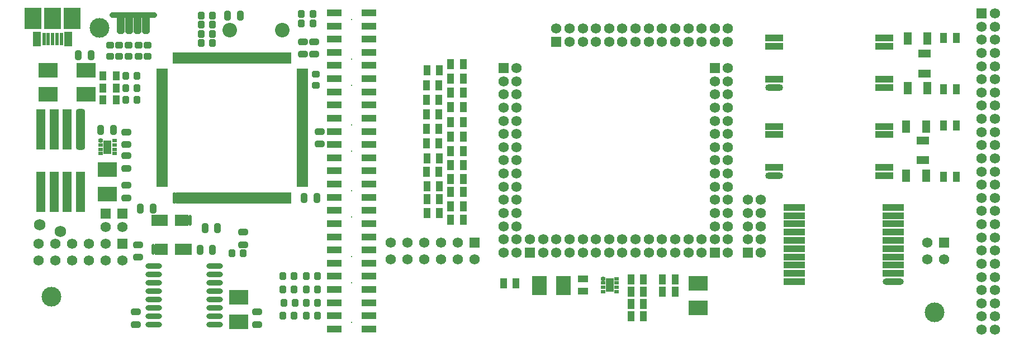
<source format=gts>
G04*
G04 #@! TF.GenerationSoftware,Altium Limited,Altium Designer,20.0.2 (26)*
G04*
G04 Layer_Color=8388736*
%FSLAX44Y44*%
%MOMM*%
G71*
G01*
G75*
%ADD49C,0.8636*%
%ADD50R,1.3000X2.2000*%
%ADD51R,1.0032X1.5032*%
%ADD52R,1.2032X1.9032*%
%ADD53R,1.9032X1.2032*%
%ADD54R,3.0032X2.2032*%
%ADD55R,1.3032X2.1032*%
%ADD56R,0.7032X0.6032*%
G04:AMPARAMS|DCode=57|XSize=0.6032mm|YSize=0.7032mm|CornerRadius=0.2016mm|HoleSize=0mm|Usage=FLASHONLY|Rotation=90.000|XOffset=0mm|YOffset=0mm|HoleType=Round|Shape=RoundedRectangle|*
%AMROUNDEDRECTD57*
21,1,0.6032,0.3000,0,0,90.0*
21,1,0.2000,0.7032,0,0,90.0*
1,1,0.4032,0.1500,0.1000*
1,1,0.4032,0.1500,-0.1000*
1,1,0.4032,-0.1500,-0.1000*
1,1,0.4032,-0.1500,0.1000*
%
%ADD57ROUNDEDRECTD57*%
%ADD58R,1.5032X1.0032*%
%ADD59R,2.2032X3.0032*%
%ADD60R,2.7032X1.0160*%
%ADD61O,2.7032X1.0160*%
%ADD62R,3.2032X1.0032*%
%ADD63O,3.2032X1.0032*%
G04:AMPARAMS|DCode=64|XSize=1.0032mm|YSize=1.5032mm|CornerRadius=0.3016mm|HoleSize=0mm|Usage=FLASHONLY|Rotation=180.000|XOffset=0mm|YOffset=0mm|HoleType=Round|Shape=RoundedRectangle|*
%AMROUNDEDRECTD64*
21,1,1.0032,0.9000,0,0,180.0*
21,1,0.4000,1.5032,0,0,180.0*
1,1,0.6032,-0.2000,0.4500*
1,1,0.6032,0.2000,0.4500*
1,1,0.6032,0.2000,-0.4500*
1,1,0.6032,-0.2000,-0.4500*
%
%ADD64ROUNDEDRECTD64*%
%ADD65R,1.4032X6.2032*%
G04:AMPARAMS|DCode=66|XSize=6.2032mm|YSize=1.4032mm|CornerRadius=0.4016mm|HoleSize=0mm|Usage=FLASHONLY|Rotation=270.000|XOffset=0mm|YOffset=0mm|HoleType=Round|Shape=RoundedRectangle|*
%AMROUNDEDRECTD66*
21,1,6.2032,0.6000,0,0,270.0*
21,1,5.4000,1.4032,0,0,270.0*
1,1,0.8032,-0.3000,-2.7000*
1,1,0.8032,-0.3000,2.7000*
1,1,0.8032,0.3000,2.7000*
1,1,0.8032,0.3000,-2.7000*
%
%ADD66ROUNDEDRECTD66*%
G04:AMPARAMS|DCode=67|XSize=1.0032mm|YSize=1.5032mm|CornerRadius=0.3016mm|HoleSize=0mm|Usage=FLASHONLY|Rotation=270.000|XOffset=0mm|YOffset=0mm|HoleType=Round|Shape=RoundedRectangle|*
%AMROUNDEDRECTD67*
21,1,1.0032,0.9000,0,0,270.0*
21,1,0.4000,1.5032,0,0,270.0*
1,1,0.6032,-0.4500,-0.2000*
1,1,0.6032,-0.4500,0.2000*
1,1,0.6032,0.4500,0.2000*
1,1,0.6032,0.4500,-0.2000*
%
%ADD67ROUNDEDRECTD67*%
G04:AMPARAMS|DCode=68|XSize=1.0032mm|YSize=1.2032mm|CornerRadius=0.3016mm|HoleSize=0mm|Usage=FLASHONLY|Rotation=0.000|XOffset=0mm|YOffset=0mm|HoleType=Round|Shape=RoundedRectangle|*
%AMROUNDEDRECTD68*
21,1,1.0032,0.6000,0,0,0.0*
21,1,0.4000,1.2032,0,0,0.0*
1,1,0.6032,0.2000,-0.3000*
1,1,0.6032,-0.2000,-0.3000*
1,1,0.6032,-0.2000,0.3000*
1,1,0.6032,0.2000,0.3000*
%
%ADD68ROUNDEDRECTD68*%
%ADD69R,0.5032X1.6532*%
G04:AMPARAMS|DCode=70|XSize=0.5032mm|YSize=1.6532mm|CornerRadius=0.1766mm|HoleSize=0mm|Usage=FLASHONLY|Rotation=0.000|XOffset=0mm|YOffset=0mm|HoleType=Round|Shape=RoundedRectangle|*
%AMROUNDEDRECTD70*
21,1,0.5032,1.3000,0,0,0.0*
21,1,0.1500,1.6532,0,0,0.0*
1,1,0.3532,0.0750,-0.6500*
1,1,0.3532,-0.0750,-0.6500*
1,1,0.3532,-0.0750,0.6500*
1,1,0.3532,0.0750,0.6500*
%
%ADD70ROUNDEDRECTD70*%
G04:AMPARAMS|DCode=71|XSize=1.0032mm|YSize=1.2032mm|CornerRadius=0.3016mm|HoleSize=0mm|Usage=FLASHONLY|Rotation=270.000|XOffset=0mm|YOffset=0mm|HoleType=Round|Shape=RoundedRectangle|*
%AMROUNDEDRECTD71*
21,1,1.0032,0.6000,0,0,270.0*
21,1,0.4000,1.2032,0,0,270.0*
1,1,0.6032,-0.3000,-0.2000*
1,1,0.6032,-0.3000,0.2000*
1,1,0.6032,0.3000,0.2000*
1,1,0.6032,0.3000,-0.2000*
%
%ADD71ROUNDEDRECTD71*%
%ADD72R,1.0922X1.4732*%
G04:AMPARAMS|DCode=73|XSize=2.7432mm|YSize=1.1176mm|CornerRadius=0mm|HoleSize=0mm|Usage=FLASHONLY|Rotation=90.000|XOffset=0mm|YOffset=0mm|HoleType=Round|Shape=Octagon|*
%AMOCTAGOND73*
4,1,8,0.2794,1.3716,-0.2794,1.3716,-0.5588,1.0922,-0.5588,-1.0922,-0.2794,-1.3716,0.2794,-1.3716,0.5588,-1.0922,0.5588,1.0922,0.2794,1.3716,0.0*
%
%ADD73OCTAGOND73*%

%ADD74R,2.6032X3.2032*%
%ADD75R,0.6032X1.9532*%
%ADD76O,2.5032X0.8032*%
%ADD77R,1.8032X0.5532*%
%ADD78R,0.5532X1.8032*%
%ADD79O,0.5532X1.8032*%
%ADD80R,2.3032X1.0932*%
%ADD81C,3.0000*%
%ADD82C,1.5748*%
%ADD83R,1.5748X1.5748*%
%ADD84R,1.5748X1.5748*%
%ADD85C,2.2032*%
%ADD86C,0.2032*%
%ADD87C,1.7272*%
D49*
X1997380Y695940D02*
X2060880D01*
D50*
X1930020Y659640D02*
D03*
X1883020Y659640D02*
D03*
D51*
X3275128Y450640D02*
D03*
X3256128D02*
D03*
X2849520Y275973D02*
D03*
X2830520D02*
D03*
X2849520Y294640D02*
D03*
X2830520D02*
D03*
X2782570D02*
D03*
X2801570D02*
D03*
X2782570Y275973D02*
D03*
X2801570D02*
D03*
X2801520Y257307D02*
D03*
X2782520D02*
D03*
X2801520Y238640D02*
D03*
X2782520D02*
D03*
X2589520Y288640D02*
D03*
X2608520D02*
D03*
X2509520Y621640D02*
D03*
X2528520D02*
D03*
X2509520Y599640D02*
D03*
X2528520D02*
D03*
X2509520Y578640D02*
D03*
X2528520D02*
D03*
X2509520Y556640D02*
D03*
X2528520D02*
D03*
X2509520Y533640D02*
D03*
X2528520D02*
D03*
X2509520Y511640D02*
D03*
X2528520D02*
D03*
X2509520Y489640D02*
D03*
X2528520D02*
D03*
X2509520Y468640D02*
D03*
X2528520D02*
D03*
X2509520Y447640D02*
D03*
X2528520D02*
D03*
X2509520Y427640D02*
D03*
X2528520D02*
D03*
X2509520Y405640D02*
D03*
X2528520D02*
D03*
X2509520Y385640D02*
D03*
X2528520D02*
D03*
X2473520Y395640D02*
D03*
X2492520D02*
D03*
X2473520Y416640D02*
D03*
X2492520D02*
D03*
X2473520Y436640D02*
D03*
X2492520D02*
D03*
X2472520Y458640D02*
D03*
X2491520D02*
D03*
X2473520Y478640D02*
D03*
X2492520D02*
D03*
X2472520Y501640D02*
D03*
X2491520D02*
D03*
X2472520Y523640D02*
D03*
X2491520D02*
D03*
X2472520Y545640D02*
D03*
X2491520D02*
D03*
X2472520Y567640D02*
D03*
X2491520D02*
D03*
X2472520Y589640D02*
D03*
X2491520D02*
D03*
X2473520Y612270D02*
D03*
X2492520D02*
D03*
X3275128Y528270D02*
D03*
X3256128D02*
D03*
Y661640D02*
D03*
X3275128D02*
D03*
X3256128Y583640D02*
D03*
X3275128D02*
D03*
D52*
X3199520Y452640D02*
D03*
X3229520D02*
D03*
X3201520Y585640D02*
D03*
X3231520D02*
D03*
Y660640D02*
D03*
X3201520D02*
D03*
X3229520Y526640D02*
D03*
X3199520D02*
D03*
D53*
X3224520Y475640D02*
D03*
Y505640D02*
D03*
X3227520Y607640D02*
D03*
Y637640D02*
D03*
D54*
X2884520Y251810D02*
D03*
Y288640D02*
D03*
X1899520Y612470D02*
D03*
Y575640D02*
D03*
X1957520D02*
D03*
Y612470D02*
D03*
X1989520Y424640D02*
D03*
Y461470D02*
D03*
X2188520Y267470D02*
D03*
Y230640D02*
D03*
D55*
X2750520Y286260D02*
D03*
X1989520Y495640D02*
D03*
D56*
X2761020Y276510D02*
D03*
Y283010D02*
D03*
Y289510D02*
D03*
Y296010D02*
D03*
X2740020Y276510D02*
D03*
Y283010D02*
D03*
Y289510D02*
D03*
X2000020Y485890D02*
D03*
Y492390D02*
D03*
Y498890D02*
D03*
Y505390D02*
D03*
X1979020Y485890D02*
D03*
Y492390D02*
D03*
Y498890D02*
D03*
D57*
X2740020Y296010D02*
D03*
X1979020Y505390D02*
D03*
D58*
X2709520Y276910D02*
D03*
Y295910D02*
D03*
D59*
X2680520Y285640D02*
D03*
X2643690D02*
D03*
D60*
X3166520Y598640D02*
D03*
Y585940D02*
D03*
Y648640D02*
D03*
Y661140D02*
D03*
X2999520D02*
D03*
Y648640D02*
D03*
Y598640D02*
D03*
X3166520Y464640D02*
D03*
Y451940D02*
D03*
Y514640D02*
D03*
Y527140D02*
D03*
X2999520D02*
D03*
Y514640D02*
D03*
Y464640D02*
D03*
D61*
Y585940D02*
D03*
Y451940D02*
D03*
D62*
X3029520Y379140D02*
D03*
X3179520Y354140D02*
D03*
X3029520Y341640D02*
D03*
Y291640D02*
D03*
Y329140D02*
D03*
Y304140D02*
D03*
Y316640D02*
D03*
Y354140D02*
D03*
X3179520Y304140D02*
D03*
Y316640D02*
D03*
Y329140D02*
D03*
Y341640D02*
D03*
Y366640D02*
D03*
Y379140D02*
D03*
Y391640D02*
D03*
X3029520Y366640D02*
D03*
Y391640D02*
D03*
Y404140D02*
D03*
X3179520D02*
D03*
D63*
Y291640D02*
D03*
D64*
X1964520Y635640D02*
D03*
X1945520D02*
D03*
X1979520Y521640D02*
D03*
X1998520D02*
D03*
X2156520Y372640D02*
D03*
X2137520D02*
D03*
X2148520Y339640D02*
D03*
X2129520D02*
D03*
X2058520Y402640D02*
D03*
X2039520D02*
D03*
X2287520Y418640D02*
D03*
X2306520D02*
D03*
X2171520Y695640D02*
D03*
X2190520D02*
D03*
D65*
X1888520Y522640D02*
D03*
X1908520D02*
D03*
X1888520Y427640D02*
D03*
X1928520Y522640D02*
D03*
X1908520Y427640D02*
D03*
X1948520D02*
D03*
X1928520D02*
D03*
D66*
X1948520Y522640D02*
D03*
D67*
X2195520Y347640D02*
D03*
Y366640D02*
D03*
X2018520Y418640D02*
D03*
Y437640D02*
D03*
X2035520Y347640D02*
D03*
Y328640D02*
D03*
X2032520Y245640D02*
D03*
Y226640D02*
D03*
X2216520Y245640D02*
D03*
Y226640D02*
D03*
X2311520Y500640D02*
D03*
Y519640D02*
D03*
X2302520Y636640D02*
D03*
Y655640D02*
D03*
X2285520D02*
D03*
Y636640D02*
D03*
X2018520Y518640D02*
D03*
Y499640D02*
D03*
Y463640D02*
D03*
Y482640D02*
D03*
D68*
X2178520Y334640D02*
D03*
X2195520D02*
D03*
X2307482Y299640D02*
D03*
X2290482D02*
D03*
X2307482Y279640D02*
D03*
X2290482D02*
D03*
X2307482Y259640D02*
D03*
X2290482D02*
D03*
X2307482Y239640D02*
D03*
X2290482D02*
D03*
X2255520D02*
D03*
X2272520D02*
D03*
X2256520Y259640D02*
D03*
X2273520D02*
D03*
X2255520Y279640D02*
D03*
X2272520D02*
D03*
X2255520Y299640D02*
D03*
X2272520D02*
D03*
X2017520Y585640D02*
D03*
X2034520D02*
D03*
X2017520Y567640D02*
D03*
X2034520D02*
D03*
Y603640D02*
D03*
X2017520D02*
D03*
X2300520Y683640D02*
D03*
X2283520D02*
D03*
Y697640D02*
D03*
X2300520D02*
D03*
X2148520Y653640D02*
D03*
X2131520D02*
D03*
Y667640D02*
D03*
X2148520D02*
D03*
Y681640D02*
D03*
X2131520D02*
D03*
Y695640D02*
D03*
X2148520D02*
D03*
D69*
X2094520Y340640D02*
D03*
X2099520D02*
D03*
X2104520D02*
D03*
X2109520D02*
D03*
X2114520D02*
D03*
X2094520Y384640D02*
D03*
X2099520D02*
D03*
X2104520D02*
D03*
X2109520D02*
D03*
X2078520D02*
D03*
X2073520D02*
D03*
X2068520D02*
D03*
X2063520D02*
D03*
X2058520D02*
D03*
X2078520Y340640D02*
D03*
X2073520D02*
D03*
X2068520D02*
D03*
X2063520D02*
D03*
D70*
X2114520Y384640D02*
D03*
X2058520Y340640D02*
D03*
D71*
X2036520Y633640D02*
D03*
Y650640D02*
D03*
X2021520Y650640D02*
D03*
Y633640D02*
D03*
X2007520Y633640D02*
D03*
Y650640D02*
D03*
X1993520Y650640D02*
D03*
Y633640D02*
D03*
X2305520Y589640D02*
D03*
Y606640D02*
D03*
X2050520Y633640D02*
D03*
Y650640D02*
D03*
D72*
X2002840Y567640D02*
D03*
X1982520D02*
D03*
X2002840Y585640D02*
D03*
X1982520D02*
D03*
X2002840Y603640D02*
D03*
X1982520D02*
D03*
D73*
X2010080Y680700D02*
D03*
X2022780D02*
D03*
X2035480D02*
D03*
X2048180D02*
D03*
D74*
X1936270Y690890D02*
D03*
X1876770D02*
D03*
X1906520D02*
D03*
D75*
X1900020Y659640D02*
D03*
X1906520D02*
D03*
X1913020D02*
D03*
X1919520D02*
D03*
X1893520D02*
D03*
D76*
X2151520Y226540D02*
D03*
Y239240D02*
D03*
Y251940D02*
D03*
Y264640D02*
D03*
Y277340D02*
D03*
Y290040D02*
D03*
Y302740D02*
D03*
Y315440D02*
D03*
X2060020Y226540D02*
D03*
Y239240D02*
D03*
Y251940D02*
D03*
Y264640D02*
D03*
Y277340D02*
D03*
Y290040D02*
D03*
Y302740D02*
D03*
Y315440D02*
D03*
D77*
X2072020Y437640D02*
D03*
Y442640D02*
D03*
Y447640D02*
D03*
Y452640D02*
D03*
Y457640D02*
D03*
Y462640D02*
D03*
Y467640D02*
D03*
Y472640D02*
D03*
Y477640D02*
D03*
Y482640D02*
D03*
Y487640D02*
D03*
Y492640D02*
D03*
Y497640D02*
D03*
Y502640D02*
D03*
Y507640D02*
D03*
Y512640D02*
D03*
Y517640D02*
D03*
Y522640D02*
D03*
Y527640D02*
D03*
Y532640D02*
D03*
Y537640D02*
D03*
Y542640D02*
D03*
Y547640D02*
D03*
Y552640D02*
D03*
Y557640D02*
D03*
Y562640D02*
D03*
Y567640D02*
D03*
Y572640D02*
D03*
Y577640D02*
D03*
Y582640D02*
D03*
Y587640D02*
D03*
Y592640D02*
D03*
Y597640D02*
D03*
Y602640D02*
D03*
Y607640D02*
D03*
Y612640D02*
D03*
X2284520D02*
D03*
Y607640D02*
D03*
Y602640D02*
D03*
Y597640D02*
D03*
Y592640D02*
D03*
Y587640D02*
D03*
Y582640D02*
D03*
Y577640D02*
D03*
Y572640D02*
D03*
Y567640D02*
D03*
Y562640D02*
D03*
Y557640D02*
D03*
Y552640D02*
D03*
Y547640D02*
D03*
Y542640D02*
D03*
Y537640D02*
D03*
Y532640D02*
D03*
Y527640D02*
D03*
Y522640D02*
D03*
Y517640D02*
D03*
Y512640D02*
D03*
Y507640D02*
D03*
Y502640D02*
D03*
Y497640D02*
D03*
Y492640D02*
D03*
Y487640D02*
D03*
Y482640D02*
D03*
Y477640D02*
D03*
Y472640D02*
D03*
Y467640D02*
D03*
Y462640D02*
D03*
Y457640D02*
D03*
Y452640D02*
D03*
Y447640D02*
D03*
Y442640D02*
D03*
Y437640D02*
D03*
D78*
X2090770Y631390D02*
D03*
X2095770D02*
D03*
X2100770D02*
D03*
X2105770D02*
D03*
X2120770D02*
D03*
X2125770D02*
D03*
X2130770D02*
D03*
X2135770D02*
D03*
X2140770D02*
D03*
X2145770D02*
D03*
X2150770D02*
D03*
X2155770D02*
D03*
X2160770D02*
D03*
X2165770D02*
D03*
X2170770D02*
D03*
X2175770D02*
D03*
X2180770D02*
D03*
X2185770D02*
D03*
X2190770D02*
D03*
X2195770D02*
D03*
X2200770D02*
D03*
X2205770D02*
D03*
X2210770D02*
D03*
X2215770D02*
D03*
X2220770D02*
D03*
X2225770D02*
D03*
X2230770D02*
D03*
X2235770D02*
D03*
X2240770D02*
D03*
X2245770D02*
D03*
X2250770D02*
D03*
X2255770D02*
D03*
X2260770D02*
D03*
X2265770D02*
D03*
Y418890D02*
D03*
X2260770D02*
D03*
X2255770D02*
D03*
X2250770D02*
D03*
X2245770D02*
D03*
X2240770D02*
D03*
X2235770D02*
D03*
X2230770D02*
D03*
X2225770D02*
D03*
X2220770D02*
D03*
X2215770D02*
D03*
X2210770D02*
D03*
X2205770D02*
D03*
X2200770D02*
D03*
X2195770D02*
D03*
X2190770D02*
D03*
X2185770D02*
D03*
X2180770D02*
D03*
X2175770D02*
D03*
X2170770D02*
D03*
X2165770D02*
D03*
X2160770D02*
D03*
X2155770D02*
D03*
X2150770D02*
D03*
X2145770D02*
D03*
X2140770D02*
D03*
X2135770D02*
D03*
X2130770D02*
D03*
X2125770D02*
D03*
X2120770D02*
D03*
X2115770D02*
D03*
X2110770D02*
D03*
X2105770D02*
D03*
X2100770D02*
D03*
X2095770D02*
D03*
X2115770Y631390D02*
D03*
X2110770D02*
D03*
D79*
X2090770Y418890D02*
D03*
D80*
X2386020Y239640D02*
D03*
Y219640D02*
D03*
Y259640D02*
D03*
Y279640D02*
D03*
Y359640D02*
D03*
Y339640D02*
D03*
Y299640D02*
D03*
Y319640D02*
D03*
Y399640D02*
D03*
Y379640D02*
D03*
X2333020D02*
D03*
Y399640D02*
D03*
Y339640D02*
D03*
Y299640D02*
D03*
Y319640D02*
D03*
Y359640D02*
D03*
Y279640D02*
D03*
Y239640D02*
D03*
Y219640D02*
D03*
Y259640D02*
D03*
X2386020Y539640D02*
D03*
Y519640D02*
D03*
Y559640D02*
D03*
Y579640D02*
D03*
Y659640D02*
D03*
Y639640D02*
D03*
Y599640D02*
D03*
Y619640D02*
D03*
Y699640D02*
D03*
Y679640D02*
D03*
X2333020D02*
D03*
Y699640D02*
D03*
Y639640D02*
D03*
Y599640D02*
D03*
Y619640D02*
D03*
Y659640D02*
D03*
Y579640D02*
D03*
Y539640D02*
D03*
Y519640D02*
D03*
Y559640D02*
D03*
X2386014Y459640D02*
D03*
Y439640D02*
D03*
Y419640D02*
D03*
Y499640D02*
D03*
Y479640D02*
D03*
X2333014D02*
D03*
Y499640D02*
D03*
Y439640D02*
D03*
Y419640D02*
D03*
Y459640D02*
D03*
D81*
X1977520Y676640D02*
D03*
X1904520Y268640D02*
D03*
X3242520Y244640D02*
D03*
D82*
X3313520Y638640D02*
D03*
Y658640D02*
D03*
X2979522Y335640D02*
D03*
X2959522Y355640D02*
D03*
X2979522D02*
D03*
X2959522Y375640D02*
D03*
X2979522D02*
D03*
X2959522Y395640D02*
D03*
X2979522D02*
D03*
X2959522Y415640D02*
D03*
X2979522D02*
D03*
X2909520Y375640D02*
D03*
X2929520D02*
D03*
X2589520D02*
D03*
X2609520D02*
D03*
X2829520Y335640D02*
D03*
Y355640D02*
D03*
X2909520D02*
D03*
Y455640D02*
D03*
Y435640D02*
D03*
Y415640D02*
D03*
Y395640D02*
D03*
Y475640D02*
D03*
Y495640D02*
D03*
Y535640D02*
D03*
Y515640D02*
D03*
Y595640D02*
D03*
Y575640D02*
D03*
Y555640D02*
D03*
X2829520Y675640D02*
D03*
Y655640D02*
D03*
X2909520Y675640D02*
D03*
Y655640D02*
D03*
X2869520Y335640D02*
D03*
X2849520Y355640D02*
D03*
Y335640D02*
D03*
X2889520Y355640D02*
D03*
Y335640D02*
D03*
X2869520Y355640D02*
D03*
X2929520D02*
D03*
Y335640D02*
D03*
Y435640D02*
D03*
Y455640D02*
D03*
Y415640D02*
D03*
Y395640D02*
D03*
Y475640D02*
D03*
Y535640D02*
D03*
Y515640D02*
D03*
Y495640D02*
D03*
Y595640D02*
D03*
Y575640D02*
D03*
Y615640D02*
D03*
Y555640D02*
D03*
X2869520Y675640D02*
D03*
Y655640D02*
D03*
X2849520Y675640D02*
D03*
Y655640D02*
D03*
X2889520Y675640D02*
D03*
Y655640D02*
D03*
X2929520Y675640D02*
D03*
Y655640D02*
D03*
X2589520Y355640D02*
D03*
Y335640D02*
D03*
X2609520Y355640D02*
D03*
Y335640D02*
D03*
X2629520Y355640D02*
D03*
X2649520Y335640D02*
D03*
Y355640D02*
D03*
X2669520Y335640D02*
D03*
Y355640D02*
D03*
X2689520Y335640D02*
D03*
Y355640D02*
D03*
X2709520Y335640D02*
D03*
Y355640D02*
D03*
X2729520D02*
D03*
Y335640D02*
D03*
X2749520D02*
D03*
Y355640D02*
D03*
X2769520D02*
D03*
Y335640D02*
D03*
X2789520Y355640D02*
D03*
Y335640D02*
D03*
X2809520Y355640D02*
D03*
Y335640D02*
D03*
X2589520Y455640D02*
D03*
Y435640D02*
D03*
Y415640D02*
D03*
Y395640D02*
D03*
X2609520Y455640D02*
D03*
Y415640D02*
D03*
Y395640D02*
D03*
Y435640D02*
D03*
X2589520Y475640D02*
D03*
Y495640D02*
D03*
Y515640D02*
D03*
Y535640D02*
D03*
X2609520Y475640D02*
D03*
Y515640D02*
D03*
Y535640D02*
D03*
Y495640D02*
D03*
X2589520Y595640D02*
D03*
Y555640D02*
D03*
Y575640D02*
D03*
X2609520Y595640D02*
D03*
Y615640D02*
D03*
Y555640D02*
D03*
Y575640D02*
D03*
X2669520Y675640D02*
D03*
X2689520D02*
D03*
Y655640D02*
D03*
X2709520Y675640D02*
D03*
Y655640D02*
D03*
X2729520Y675640D02*
D03*
Y655640D02*
D03*
X2749520Y675640D02*
D03*
Y655640D02*
D03*
X2769520Y675640D02*
D03*
Y655640D02*
D03*
X2789520Y675640D02*
D03*
Y655640D02*
D03*
X2809520Y675640D02*
D03*
Y655640D02*
D03*
X3231120Y325040D02*
D03*
Y350440D02*
D03*
X3256520Y325040D02*
D03*
X2012520Y374640D02*
D03*
X1986520D02*
D03*
X1885620Y349290D02*
D03*
Y323890D02*
D03*
X2012620D02*
D03*
X1987220Y349290D02*
D03*
Y323890D02*
D03*
X1961820Y349290D02*
D03*
Y323890D02*
D03*
X1936420Y349290D02*
D03*
Y323890D02*
D03*
X1911020Y349290D02*
D03*
Y323890D02*
D03*
X2418320Y350440D02*
D03*
Y325040D02*
D03*
X2545320D02*
D03*
X2519920Y350440D02*
D03*
Y325040D02*
D03*
X2494520Y350440D02*
D03*
Y325040D02*
D03*
X2469120Y350440D02*
D03*
Y325040D02*
D03*
X2443720Y350440D02*
D03*
Y325040D02*
D03*
X3313520Y298640D02*
D03*
Y498640D02*
D03*
Y238640D02*
D03*
Y258640D02*
D03*
X3333520Y218640D02*
D03*
X3313520Y218640D02*
D03*
X3333520Y238640D02*
D03*
Y258640D02*
D03*
Y278640D02*
D03*
X3313520Y278640D02*
D03*
X3333520Y298640D02*
D03*
X3313520Y438640D02*
D03*
Y458640D02*
D03*
X3333520Y418640D02*
D03*
X3313520Y418640D02*
D03*
X3333520Y438640D02*
D03*
Y458640D02*
D03*
Y478640D02*
D03*
X3313520D02*
D03*
X3333520Y498640D02*
D03*
Y398640D02*
D03*
X3313520Y378640D02*
D03*
X3333520Y378640D02*
D03*
X3313520Y398640D02*
D03*
X3333520Y358640D02*
D03*
X3313520Y338640D02*
D03*
X3333520Y338640D02*
D03*
X3313520Y358640D02*
D03*
X3333520Y318640D02*
D03*
X3313520Y318640D02*
D03*
Y518640D02*
D03*
X3333520D02*
D03*
X3313520Y558640D02*
D03*
X3333520Y538640D02*
D03*
X3313520D02*
D03*
X3333520Y558640D02*
D03*
X3313520Y598640D02*
D03*
X3333520Y578640D02*
D03*
X3313520D02*
D03*
X3333520Y598640D02*
D03*
Y698640D02*
D03*
X3313520Y678640D02*
D03*
X3333520D02*
D03*
Y658640D02*
D03*
Y638640D02*
D03*
X3313520Y618640D02*
D03*
X3333520D02*
D03*
D83*
X2959522Y335640D02*
D03*
X2909520D02*
D03*
Y615640D02*
D03*
X2589520D02*
D03*
X3313520Y698640D02*
D03*
D84*
X2629520Y335640D02*
D03*
X2669520Y655640D02*
D03*
X3256520Y350440D02*
D03*
X2012520Y394640D02*
D03*
X1986520D02*
D03*
X2012620Y349290D02*
D03*
X2545320Y350440D02*
D03*
D85*
X2254320Y673640D02*
D03*
X2174520D02*
D03*
D86*
X2359520Y229640D02*
D03*
Y389640D02*
D03*
Y329640D02*
D03*
Y289640D02*
D03*
Y529640D02*
D03*
Y689640D02*
D03*
Y629640D02*
D03*
Y589640D02*
D03*
X2359514Y489640D02*
D03*
Y429640D02*
D03*
D87*
X1886520Y377640D02*
D03*
X1918520Y367640D02*
D03*
M02*

</source>
